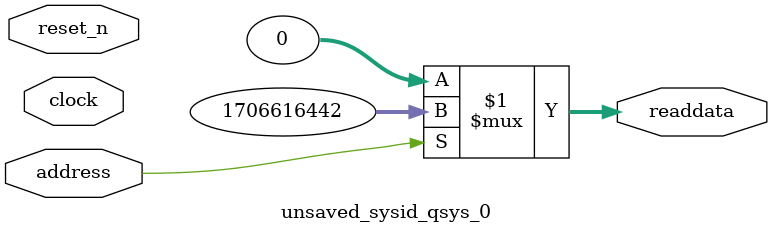
<source format=v>



// synthesis translate_off
`timescale 1ns / 1ps
// synthesis translate_on

// turn off superfluous verilog processor warnings 
// altera message_level Level1 
// altera message_off 10034 10035 10036 10037 10230 10240 10030 

module unsaved_sysid_qsys_0 (
               // inputs:
                address,
                clock,
                reset_n,

               // outputs:
                readdata
             )
;

  output  [ 31: 0] readdata;
  input            address;
  input            clock;
  input            reset_n;

  wire    [ 31: 0] readdata;
  //control_slave, which is an e_avalon_slave
  assign readdata = address ? 1706616442 : 0;

endmodule



</source>
